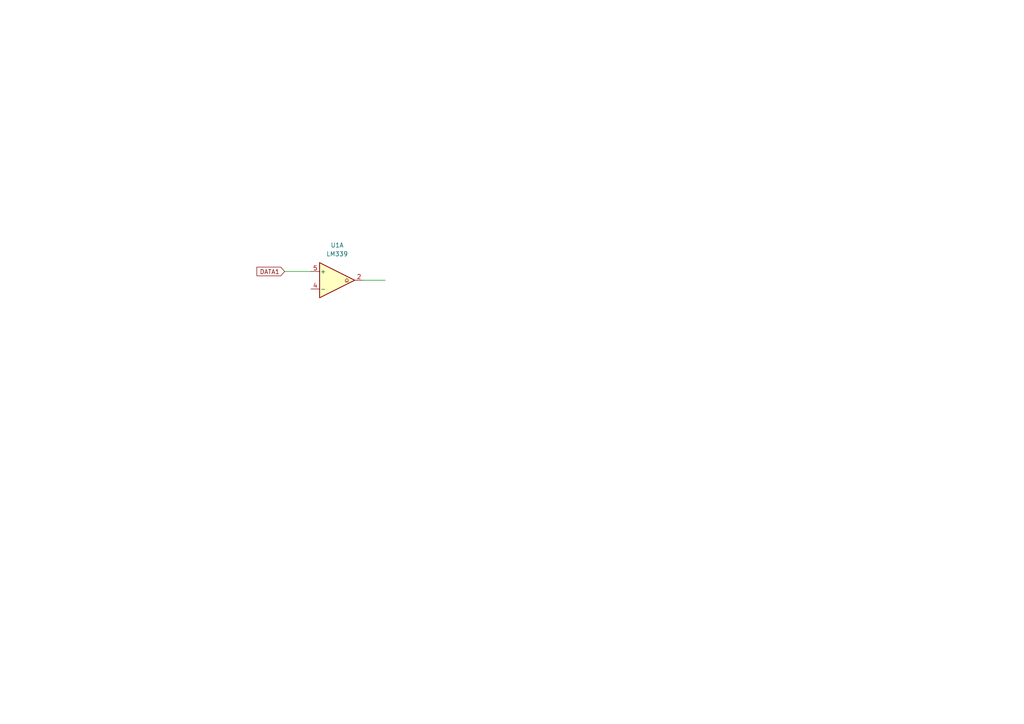
<source format=kicad_sch>
(kicad_sch (version 20230121) (generator eeschema)
  (paper "A4")
  (lib_symbols
    (symbol "Comparator:LM339" (pin_names (offset 0.127))
      (property "Reference" "U" (at 0 5.08 0))
      (property "Value" "LM339" (at 0 -5.08 0))
      (symbol "LM339_1_1"
        (polyline (pts (xy -5.08 5.08) (xy 5.08 0) (xy -5.08 -5.08) (xy -5.08 5.08)) (stroke (width 0.254)) (fill (type background)))
        (polyline (pts (xy 3.302 -0.508) (xy 2.794 -0.508) (xy 3.302 0) (xy 2.794 0.508) (xy 2.286 0) (xy 2.794 -0.508) (xy 2.286 -0.508)) (stroke (width 0.127)))
        (pin open_collector line (at 7.62 0 180) (length 2.54) (name "~") (number "2"))
        (pin input line (at -7.62 -2.54 0) (length 2.54) (name "-") (number "4"))
        (pin input line (at -7.62 2.54 0) (length 2.54) (name "+") (number "5"))
      )
      (symbol "LM339_2_1"
        (polyline (pts (xy -5.08 5.08) (xy 5.08 0) (xy -5.08 -5.08) (xy -5.08 5.08)) (stroke (width 0.254)) (fill (type background)))
        (polyline (pts (xy 3.302 -0.508) (xy 2.794 -0.508) (xy 3.302 0) (xy 2.794 0.508) (xy 2.286 0) (xy 2.794 -0.508) (xy 2.286 -0.508)) (stroke (width 0.127)))
        (pin open_collector line (at 7.62 0 180) (length 2.54) (name "~") (number "1"))
        (pin input line (at -7.62 -2.54 0) (length 2.54) (name "-") (number "6"))
        (pin input line (at -7.62 2.54 0) (length 2.54) (name "+") (number "7"))
      )
      (symbol "LM339_3_1"
        (polyline (pts (xy -5.08 5.08) (xy 5.08 0) (xy -5.08 -5.08) (xy -5.08 5.08)) (stroke (width 0.254)) (fill (type background)))
        (polyline (pts (xy 3.302 -0.508) (xy 2.794 -0.508) (xy 3.302 0) (xy 2.794 0.508) (xy 2.286 0) (xy 2.794 -0.508) (xy 2.286 -0.508)) (stroke (width 0.127)))
        (pin input line (at -7.62 -2.54 0) (length 2.54) (name "-") (number "10"))
        (pin input line (at -7.62 2.54 0) (length 2.54) (name "+") (number "11"))
        (pin open_collector line (at 7.62 0 180) (length 2.54) (name "~") (number "13"))
      )
      (symbol "LM339_4_1"
        (polyline (pts (xy -5.08 5.08) (xy 5.08 0) (xy -5.08 -5.08) (xy -5.08 5.08)) (stroke (width 0.254)) (fill (type background)))
        (polyline (pts (xy 3.302 -0.508) (xy 2.794 -0.508) (xy 3.302 0) (xy 2.794 0.508) (xy 2.286 0) (xy 2.794 -0.508) (xy 2.286 -0.508)) (stroke (width 0.127)))
        (pin open_collector line (at 7.62 0 180) (length 2.54) (name "~") (number "14"))
        (pin input line (at -7.62 -2.54 0) (length 2.54) (name "-") (number "8"))
        (pin input line (at -7.62 2.54 0) (length 2.54) (name "+") (number "9"))
      )
      (symbol "LM339_5_1"
        (pin power_in line (at -2.54 -7.62 90) (length 3.81) (name "V-") (number "12"))
        (pin power_in line (at -2.54 7.62 270) (length 3.81) (name "V+") (number "3"))
      )
    )
  )
  (wire (pts (xy 82.55 78.74) (xy 90.17 78.74)))
  (wire (pts (xy 105.41 81.28) (xy 111.76 81.28)))
  (global_label "DATA1" (shape input) (at 82.55 78.74 180) (property "Intersheetrefs" "${INTERSHEET_REFS}" (at 73.9405 78.74 0) (effects (justify right))))
  (symbol (lib_id "Comparator:LM339") (at 97.79 81.28 0) (unit 1)
    (property "Reference" "U1" (at 97.79 71.12 0))
    (property "Value" "LM339" (at 97.79 73.66 0))
    (property "Footprint" "Package_SO:SOIC-14_3.9x8.7mm_P1.27mm" (effects hide))
    (property "Datasheet" "https://www.st.com/resource/en/datasheet/lm139.pdf" (effects hide))
  )
)
</source>
